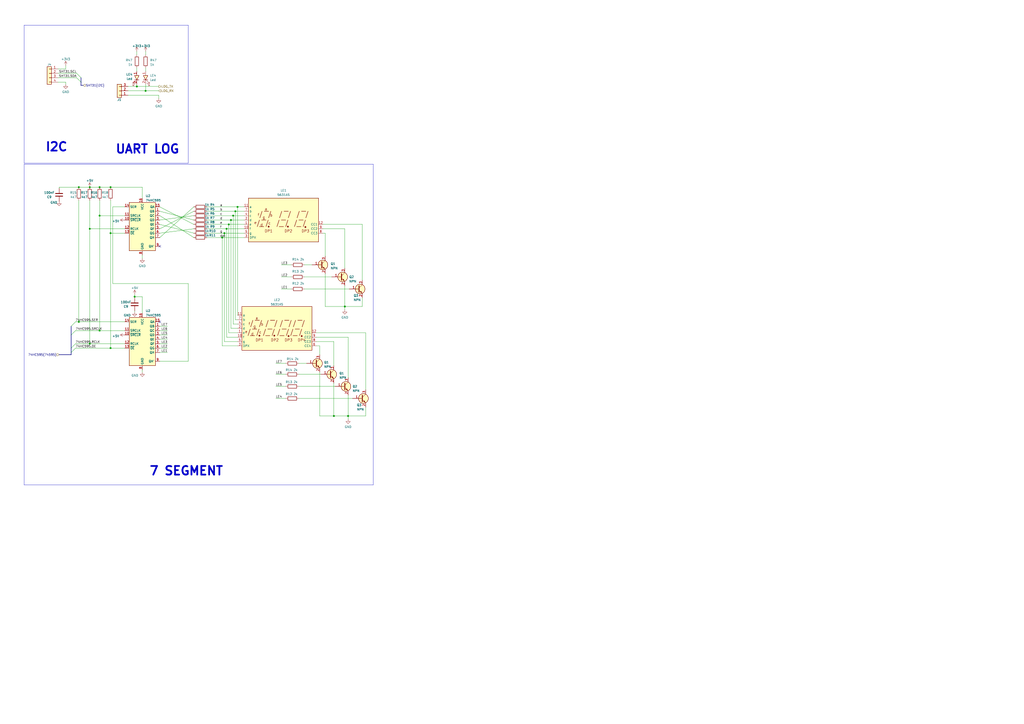
<source format=kicad_sch>
(kicad_sch (version 20230121) (generator eeschema)
  (paper "A2")
  (title_block (title "Peripheral") (date "2023-04-11") (company "NGUYỄN TRUNG THẢO"))
  (lib_symbols
    (symbol "+5V_1" (power) (pin_names (offset 0))
      (property "Value" "+5V_1" (at 0 3.556 0))
      (symbol "+5V_1_0_1"
        (polyline (pts (xy -0.762 1.27) (xy 0 2.54)))
        (polyline (pts (xy 0 0) (xy 0 2.54)))
        (polyline (pts (xy 0 2.54) (xy 0.762 1.27)))
      )
      (symbol "+5V_1_1_1"
        (pin power_in line (at 0 0 90) (length 0) hide (name "+5V") (number "1"))
      )
    )
    (symbol "74xx:74HC595"
      (property "Reference" "U" (at -7.62 13.97 0))
      (property "Value" "74HC595" (at -7.62 -16.51 0))
      (symbol "74HC595_1_0"
        (pin tri_state line (at 10.16 7.62 180) (length 2.54) (name "QB") (number "1"))
        (pin input line (at -10.16 2.54 0) (length 2.54) (name "~{SRCLR}") (number "10"))
        (pin input line (at -10.16 5.08 0) (length 2.54) (name "SRCLK") (number "11"))
        (pin input line (at -10.16 -2.54 0) (length 2.54) (name "RCLK") (number "12"))
        (pin input line (at -10.16 -5.08 0) (length 2.54) (name "~{OE}") (number "13"))
        (pin input line (at -10.16 10.16 0) (length 2.54) (name "SER") (number "14"))
        (pin tri_state line (at 10.16 10.16 180) (length 2.54) (name "QA") (number "15"))
        (pin power_in line (at 0 15.24 270) (length 2.54) (name "VCC") (number "16"))
        (pin tri_state line (at 10.16 5.08 180) (length 2.54) (name "QC") (number "2"))
        (pin tri_state line (at 10.16 2.54 180) (length 2.54) (name "QD") (number "3"))
        (pin tri_state line (at 10.16 0 180) (length 2.54) (name "QE") (number "4"))
        (pin tri_state line (at 10.16 -2.54 180) (length 2.54) (name "QF") (number "5"))
        (pin tri_state line (at 10.16 -5.08 180) (length 2.54) (name "QG") (number "6"))
        (pin tri_state line (at 10.16 -7.62 180) (length 2.54) (name "QH") (number "7"))
        (pin power_in line (at 0 -17.78 90) (length 2.54) (name "GND") (number "8"))
        (pin output line (at 10.16 -12.7 180) (length 2.54) (name "QH'") (number "9"))
      )
      (symbol "74HC595_1_1"
        (rectangle (start -7.62 12.7) (end 7.62 -15.24) (stroke (width 0.254)) (fill (type background)))
      )
    )
    (symbol "Connector_Generic:Conn_01x03" (pin_names (offset 1.016) hide)
      (property "Reference" "J" (at 0 5.08 0))
      (property "Value" "Conn_01x03" (at 0 -5.08 0))
      (symbol "Conn_01x03_1_1"
        (rectangle (start -1.27 -2.413) (end 0 -2.667) (stroke (width 0.1524)))
        (rectangle (start -1.27 0.127) (end 0 -0.127) (stroke (width 0.1524)))
        (rectangle (start -1.27 2.667) (end 0 2.413) (stroke (width 0.1524)))
        (rectangle (start -1.27 3.81) (end 1.27 -3.81) (stroke (width 0.254)) (fill (type background)))
        (pin passive line (at -5.08 2.54 0) (length 3.81) (name "Pin_1") (number "1"))
        (pin passive line (at -5.08 0 0) (length 3.81) (name "Pin_2") (number "2"))
        (pin passive line (at -5.08 -2.54 0) (length 3.81) (name "Pin_3") (number "3"))
      )
    )
    (symbol "Connector_Generic:Conn_01x04" (pin_names (offset 1.016) hide)
      (property "Reference" "J" (at 0 5.08 0))
      (property "Value" "Conn_01x04" (at 0 -7.62 0))
      (symbol "Conn_01x04_1_1"
        (rectangle (start -1.27 -4.953) (end 0 -5.207) (stroke (width 0.1524)))
        (rectangle (start -1.27 -2.413) (end 0 -2.667) (stroke (width 0.1524)))
        (rectangle (start -1.27 0.127) (end 0 -0.127) (stroke (width 0.1524)))
        (rectangle (start -1.27 2.667) (end 0 2.413) (stroke (width 0.1524)))
        (rectangle (start -1.27 3.81) (end 1.27 -6.35) (stroke (width 0.254)) (fill (type background)))
        (pin passive line (at -5.08 2.54 0) (length 3.81) (name "Pin_1") (number "1"))
        (pin passive line (at -5.08 0 0) (length 3.81) (name "Pin_2") (number "2"))
        (pin passive line (at -5.08 -2.54 0) (length 3.81) (name "Pin_3") (number "3"))
        (pin passive line (at -5.08 -5.08 0) (length 3.81) (name "Pin_4") (number "4"))
      )
    )
    (symbol "Device:C" (pin_numbers hide) (pin_names (offset 0.254))
      (property "Reference" "C" (at 0.635 2.54 0))
      (property "Value" "C" (at 0.635 -2.54 0))
      (symbol "C_0_1"
        (polyline (pts (xy -2.032 -0.762) (xy 2.032 -0.762)) (stroke (width 0.508)))
        (polyline (pts (xy -2.032 0.762) (xy 2.032 0.762)) (stroke (width 0.508)))
      )
      (symbol "C_1_1"
        (pin passive line (at 0 3.81 270) (length 2.794) (name "~") (number "1"))
        (pin passive line (at 0 -3.81 90) (length 2.794) (name "~") (number "2"))
      )
    )
    (symbol "Device:R" (pin_numbers hide) (pin_names (offset 0))
      (property "Reference" "R" (at 2.032 0 90))
      (property "Value" "R" (at 0 0 90))
      (symbol "R_0_1"
        (rectangle (start -1.016 -2.54) (end 1.016 2.54) (stroke (width 0.254)))
      )
      (symbol "R_1_1"
        (pin passive line (at 0 3.81 270) (length 1.27) (name "~") (number "1"))
        (pin passive line (at 0 -3.81 90) (length 1.27) (name "~") (number "2"))
      )
    )
    (symbol "GND_1" (power) (pin_names (offset 0))
      (property "Value" "GND_1" (at 0 -3.81 0))
      (symbol "GND_1_0_1"
        (polyline (pts (xy 0 0) (xy 0 -1.27) (xy 1.27 -1.27) (xy 0 -2.54) (xy -1.27 -1.27) (xy 0 -1.27)))
      )
      (symbol "GND_1_1_1"
        (pin power_in line (at 0 0 270) (length 0) hide (name "GND") (number "1"))
      )
    )
    (symbol "GND_13" (power) (pin_names (offset 0))
      (property "Value" "GND_13" (at 0 -3.81 0))
      (symbol "GND_13_0_1"
        (polyline (pts (xy 0 0) (xy 0 -1.27) (xy 1.27 -1.27) (xy 0 -2.54) (xy -1.27 -1.27) (xy 0 -1.27)))
      )
      (symbol "GND_13_1_1"
        (pin power_in line (at 0 0 270) (length 0) hide (name "GND") (number "1"))
      )
    )
    (symbol "GND_17" (power) (pin_names (offset 0))
      (property "Value" "GND_17" (at 0 -3.81 0))
      (symbol "GND_17_0_1"
        (polyline (pts (xy 0 0) (xy 0 -1.27) (xy 1.27 -1.27) (xy 0 -2.54) (xy -1.27 -1.27) (xy 0 -1.27)))
      )
      (symbol "GND_17_1_1"
        (pin power_in line (at 0 0 270) (length 0) hide (name "GND") (number "1"))
      )
    )
    (symbol "GND_19" (power) (pin_names (offset 0))
      (property "Value" "GND_19" (at 0 -3.81 0))
      (symbol "GND_19_0_1"
        (polyline (pts (xy 0 0) (xy 0 -1.27) (xy 1.27 -1.27) (xy 0 -2.54) (xy -1.27 -1.27) (xy 0 -1.27)))
      )
      (symbol "GND_19_1_1"
        (pin power_in line (at 0 0 270) (length 0) hide (name "GND") (number "1"))
      )
    )
    (symbol "GND_2" (power) (pin_names (offset 0))
      (property "Value" "GND_2" (at 0 -3.81 0))
      (symbol "GND_2_0_1"
        (polyline (pts (xy 0 0) (xy 0 -1.27) (xy 1.27 -1.27) (xy 0 -2.54) (xy -1.27 -1.27) (xy 0 -1.27)))
      )
      (symbol "GND_2_1_1"
        (pin power_in line (at 0 0 270) (length 0) hide (name "GND") (number "1"))
      )
    )
    (symbol "GND_20" (power) (pin_names (offset 0))
      (property "Value" "GND_20" (at 0 -3.81 0))
      (symbol "GND_20_0_1"
        (polyline (pts (xy 0 0) (xy 0 -1.27) (xy 1.27 -1.27) (xy 0 -2.54) (xy -1.27 -1.27) (xy 0 -1.27)))
      )
      (symbol "GND_20_1_1"
        (pin power_in line (at 0 0 270) (length 0) hide (name "GND") (number "1"))
      )
    )
    (symbol "GND_21" (power) (pin_names (offset 0))
      (property "Value" "GND_21" (at 0 -3.81 0))
      (symbol "GND_21_0_1"
        (polyline (pts (xy 0 0) (xy 0 -1.27) (xy 1.27 -1.27) (xy 0 -2.54) (xy -1.27 -1.27) (xy 0 -1.27)))
      )
      (symbol "GND_21_1_1"
        (pin power_in line (at 0 0 270) (length 0) hide (name "GND") (number "1"))
      )
    )
    (symbol "GND_6" (power) (pin_names (offset 0))
      (property "Value" "GND_6" (at 0 -3.81 0))
      (symbol "GND_6_0_1"
        (polyline (pts (xy 0 0) (xy 0 -1.27) (xy 1.27 -1.27) (xy 0 -2.54) (xy -1.27 -1.27) (xy 0 -1.27)))
      )
      (symbol "GND_6_1_1"
        (pin power_in line (at 0 0 270) (length 0) hide (name "GND") (number "1"))
      )
    )
    (symbol "IVS_SYMBOLS:7seg_4led"
      (property "Reference" "LE" (at -19.05 13.97 0))
      (property "Value" "5631AS" (at 22.86 13.97 0))
      (symbol "7seg_4led_0_0"
        (rectangle (start -20.32 12.7) (end 20.32 -12.7) (stroke (width 0.254)) (fill (type background)))
        (polyline (pts (xy -16.764 -4.191) (xy -15.494 -0.381)) (stroke (width 0.254)))
        (polyline (pts (xy -15.494 -4.191) (xy -12.954 -4.191)) (stroke (width 0.254)))
        (polyline (pts (xy -15.24 0.889) (xy -13.97 4.699)) (stroke (width 0.254)))
        (polyline (pts (xy -14.224 -0.381) (xy -11.684 -0.381)) (stroke (width 0.254)))
        (polyline (pts (xy -12.7 4.699) (xy -10.16 4.699)) (stroke (width 0.254)))
        (polyline (pts (xy -11.684 -4.191) (xy -10.414 -0.381)) (stroke (width 0.254)))
        (polyline (pts (xy -10.16 0.889) (xy -8.89 4.699)) (stroke (width 0.254)))
        (polyline (pts (xy -7.874 -4.191) (xy -6.604 -0.381)) (stroke (width 0.254)))
        (polyline (pts (xy -6.604 -4.191) (xy -4.064 -4.191)) (stroke (width 0.254)))
        (polyline (pts (xy -6.35 0.889) (xy -5.08 4.699)) (stroke (width 0.254)))
        (polyline (pts (xy -5.334 -0.381) (xy -2.794 -0.381)) (stroke (width 0.254)))
        (polyline (pts (xy -3.81 4.699) (xy -1.27 4.699)) (stroke (width 0.254)))
        (polyline (pts (xy -2.794 -4.191) (xy -1.524 -0.381)) (stroke (width 0.254)))
        (polyline (pts (xy -1.27 0.889) (xy 0 4.699)) (stroke (width 0.254)))
        (polyline (pts (xy 0.381 -4.191) (xy 1.651 -0.381)) (stroke (width 0.254)))
        (polyline (pts (xy 1.651 -4.191) (xy 4.191 -4.191)) (stroke (width 0.254)))
        (polyline (pts (xy 1.905 0.889) (xy 3.175 4.699)) (stroke (width 0.254)))
        (polyline (pts (xy 2.921 -0.381) (xy 5.461 -0.381)) (stroke (width 0.254)))
        (polyline (pts (xy 4.445 4.699) (xy 6.985 4.699)) (stroke (width 0.254)))
        (polyline (pts (xy 5.461 -4.191) (xy 6.731 -0.381)) (stroke (width 0.254)))
        (polyline (pts (xy 6.985 0.889) (xy 8.255 4.699)) (stroke (width 0.254)))
        (polyline (pts (xy 8.001 -4.191) (xy 9.271 -0.381)) (stroke (width 0.254)))
        (polyline (pts (xy 9.271 -4.191) (xy 11.811 -4.191)) (stroke (width 0.254)))
        (polyline (pts (xy 9.525 0.889) (xy 10.795 4.699)) (stroke (width 0.254)))
        (polyline (pts (xy 10.541 -0.381) (xy 13.081 -0.381)) (stroke (width 0.254)))
        (polyline (pts (xy 12.065 4.699) (xy 14.605 4.699)) (stroke (width 0.254)))
        (polyline (pts (xy 13.081 -4.191) (xy 14.351 -0.381)) (stroke (width 0.254)))
        (polyline (pts (xy 14.605 0.889) (xy 15.875 4.699)) (stroke (width 0.254)))
        (text "a" (at -11.684 5.969 0) (effects (font (size 1.524 1.524))))
        (text "b" (at -8.636 2.413 0) (effects (font (size 1.524 1.524))))
        (text "c" (at -9.652 -2.159 0) (effects (font (size 1.524 1.524))))
        (text "d" (at -14.224 -3.175 0) (effects (font (size 1.524 1.524))))
        (text "DP1" (at -10.16 -6.731 0) (effects (font (size 1.524 1.524))))
        (text "DP2" (at -1.27 -6.731 0) (effects (font (size 1.524 1.524))))
        (text "DP3" (at 6.731 -6.731 0) (effects (font (size 1.524 1.524))))
        (text "e" (at -17.78 -1.905 0) (effects (font (size 1.524 1.524))))
        (text "f" (at -16.002 2.667 0) (effects (font (size 1.524 1.524))))
        (text "g" (at -12.954 1.143 0) (effects (font (size 1.524 1.524))))
      )
      (symbol "7seg_4led_0_1"
        (circle (center -10.16 -4.191) (radius 0.3556) (stroke (width 0.254)) (fill (type outline)))
        (circle (center -1.524 -4.191) (radius 0.3556) (stroke (width 0.254)) (fill (type outline)))
      )
      (symbol "7seg_4led_1_0"
        (circle (center 6.731 -4.445) (radius 0.3556) (stroke (width 0.254)) (fill (type outline)))
        (circle (center 14.351 -4.445) (radius 0.3556) (stroke (width 0.254)) (fill (type outline)))
        (text "DP4" (at 14.351 -6.731 0) (effects (font (size 1.524 1.524))))
      )
      (symbol "7seg_4led_1_1"
        (pin input line (at -22.86 -2.54 0) (length 2.54) (name "e") (number "1"))
        (pin input line (at -22.86 -5.08 0) (length 2.54) (name "f") (number "10"))
        (pin input line (at -22.86 7.62 0) (length 2.54) (name "a") (number "11"))
        (pin input line (at 22.86 -2.54 180) (length 2.54) (name "CC1") (number "12"))
        (pin input line (at -22.86 0 0) (length 2.54) (name "d") (number "2"))
        (pin input line (at -22.86 -10.16 0) (length 2.54) (name "DPX") (number "3"))
        (pin input line (at -22.86 2.54 0) (length 2.54) (name "c") (number "4"))
        (pin input line (at -22.86 -7.62 0) (length 2.54) (name "g") (number "5"))
        (pin input line (at 22.86 -10.16 180) (length 2.54) (name "CC4") (number "6"))
        (pin input line (at -22.86 5.08 0) (length 2.54) (name "b") (number "7"))
        (pin input line (at 22.86 -7.62 180) (length 2.54) (name "CC3") (number "8"))
        (pin input line (at 22.86 -5.08 180) (length 2.54) (name "CC2") (number "9"))
      )
    )
    (symbol "IVS_SYMBOLS:7seg_5631AS"
      (property "Reference" "LE" (at -19.05 13.97 0))
      (property "Value" "5631AS" (at 22.86 13.97 0))
      (symbol "7seg_5631AS_0_0"
        (rectangle (start -20.32 12.7) (end 20.32 -12.7) (stroke (width 0.254)) (fill (type background)))
        (polyline (pts (xy -15.24 -3.81) (xy -13.97 0)) (stroke (width 0.254)))
        (polyline (pts (xy -13.97 -3.81) (xy -11.43 -3.81)) (stroke (width 0.254)))
        (polyline (pts (xy -13.716 1.27) (xy -12.446 5.08)) (stroke (width 0.254)))
        (polyline (pts (xy -12.7 0) (xy -10.16 0)) (stroke (width 0.254)))
        (polyline (pts (xy -11.176 5.08) (xy -8.636 5.08)) (stroke (width 0.254)))
        (polyline (pts (xy -10.16 -3.81) (xy -8.89 0)) (stroke (width 0.254)))
        (polyline (pts (xy -8.636 1.27) (xy -7.366 5.08)) (stroke (width 0.254)))
        (polyline (pts (xy -3.81 -3.81) (xy -2.54 0)) (stroke (width 0.254)))
        (polyline (pts (xy -2.54 -3.81) (xy 0 -3.81)) (stroke (width 0.254)))
        (polyline (pts (xy -2.286 1.27) (xy -1.016 5.08)) (stroke (width 0.254)))
        (polyline (pts (xy -1.27 0) (xy 1.27 0)) (stroke (width 0.254)))
        (polyline (pts (xy 0.254 5.08) (xy 2.794 5.08)) (stroke (width 0.254)))
        (polyline (pts (xy 1.27 -3.81) (xy 2.54 0)) (stroke (width 0.254)))
        (polyline (pts (xy 2.794 1.27) (xy 4.064 5.08)) (stroke (width 0.254)))
        (polyline (pts (xy 6.35 -3.81) (xy 7.62 0)) (stroke (width 0.254)))
        (polyline (pts (xy 7.62 -3.81) (xy 10.16 -3.81)) (stroke (width 0.254)))
        (polyline (pts (xy 7.874 1.27) (xy 9.144 5.08)) (stroke (width 0.254)))
        (polyline (pts (xy 8.89 0) (xy 11.43 0)) (stroke (width 0.254)))
        (polyline (pts (xy 10.414 5.08) (xy 12.954 5.08)) (stroke (width 0.254)))
        (polyline (pts (xy 11.43 -3.81) (xy 12.7 0)) (stroke (width 0.254)))
        (polyline (pts (xy 12.954 1.27) (xy 14.224 5.08)) (stroke (width 0.254)))
        (text "a" (at -10.16 6.35 0) (effects (font (size 1.524 1.524))))
        (text "b" (at -7.112 2.794 0) (effects (font (size 1.524 1.524))))
        (text "c" (at -8.128 -1.778 0) (effects (font (size 1.524 1.524))))
        (text "d" (at -12.7 -2.794 0) (effects (font (size 1.524 1.524))))
        (text "DP1" (at -8.636 -6.35 0) (effects (font (size 1.524 1.524))))
        (text "DP2" (at 2.794 -6.35 0) (effects (font (size 1.524 1.524))))
        (text "DP3" (at 12.7 -6.35 0) (effects (font (size 1.524 1.524))))
        (text "e" (at -16.256 -1.524 0) (effects (font (size 1.524 1.524))))
        (text "f" (at -14.478 3.048 0) (effects (font (size 1.524 1.524))))
        (text "g" (at -11.43 1.524 0) (effects (font (size 1.524 1.524))))
      )
      (symbol "7seg_5631AS_0_1"
        (circle (center -8.636 -3.81) (radius 0.3556) (stroke (width 0.254)) (fill (type outline)))
        (circle (center 2.54 -3.81) (radius 0.3556) (stroke (width 0.254)) (fill (type outline)))
      )
      (symbol "7seg_5631AS_1_0"
        (circle (center 12.7 -4.064) (radius 0.3556) (stroke (width 0.254)) (fill (type outline)))
      )
      (symbol "7seg_5631AS_1_1"
        (pin input line (at -22.86 -2.54 0) (length 2.54) (name "e") (number "1"))
        (pin input line (at -22.86 -5.08 0) (length 2.54) (name "f") (number "10"))
        (pin input line (at -22.86 7.62 0) (length 2.54) (name "a") (number "11"))
        (pin input line (at 22.86 -2.54 180) (length 2.54) (name "CC1") (number "12"))
        (pin input line (at -22.86 0 0) (length 2.54) (name "d") (number "2"))
        (pin input line (at -22.86 -10.16 0) (length 2.54) (name "DPX") (number "3"))
        (pin input line (at -22.86 2.54 0) (length 2.54) (name "c") (number "4"))
        (pin input line (at -22.86 -7.62 0) (length 2.54) (name "g") (number "5"))
        (pin input line (at -22.86 5.08 0) (length 2.54) (name "b") (number "7"))
        (pin input line (at 22.86 -7.62 180) (length 2.54) (name "CC3") (number "8"))
        (pin input line (at 22.86 -5.08 180) (length 2.54) (name "CC2") (number "9"))
      )
    )
    (symbol "IVS_SYMBOLS:NPN" (pin_names (offset 0) hide)
      (property "Reference" "Q" (at 5.08 1.905 0))
      (property "Value" "NPN" (at 5.08 0 0))
      (symbol "NPN_0_1"
        (polyline (pts (xy 0 0) (xy 0.635 0)))
        (polyline (pts (xy 0.635 0.635) (xy 2.54 2.54)))
        (polyline (pts (xy 0.635 -0.635) (xy 2.54 -2.54) (xy 2.54 -2.54)))
        (polyline (pts (xy 0.635 1.905) (xy 0.635 -1.905) (xy 0.635 -1.905)) (stroke (width 0.508)))
        (polyline (pts (xy 1.27 -1.778) (xy 1.778 -1.27) (xy 2.286 -2.286) (xy 1.27 -1.778) (xy 1.27 -1.778)) (fill (type outline)))
        (circle (center 1.27 0) (radius 2.8194) (stroke (width 0.254)) (fill (type background)))
      )
      (symbol "NPN_1_1"
        (pin input line (at -5.08 0 0) (length 5.08) (name "B") (number "1"))
        (pin passive line (at 2.54 -5.08 90) (length 2.54) (name "E") (number "2"))
        (pin passive line (at 2.54 5.08 270) (length 2.54) (name "C") (number "3"))
      )
    )
    (symbol "Led_1"
      (property "Reference" "LE" (at 0.508 -2.794 0))
      (property "Value" "Led" (at -0.254 2.794 0))
      (symbol "Led_1_0_1"
        (polyline (pts (xy 0 -1.27) (xy 0 1.27)) (stroke (width 0.254)))
        (polyline (pts (xy 2.54 -1.27) (xy 2.54 1.27) (xy 0 0) (xy 2.54 -1.27)) (stroke (width 0.254)) (fill (type background)))
        (polyline (pts (xy -1.778 -0.762) (xy -3.302 -2.286) (xy -2.54 -2.286) (xy -3.302 -2.286) (xy -3.302 -1.524)))
        (polyline (pts (xy -0.508 -0.762) (xy -2.032 -2.286) (xy -1.27 -2.286) (xy -2.032 -2.286) (xy -2.032 -1.524)))
      )
      (symbol "Led_1_1_1"
        (pin passive line (at 5.08 0 180) (length 2.54) (name "") (number "1"))
        (pin passive line (at -2.54 0 0) (length 2.54) (name "") (number "2"))
      )
    )
    (symbol "power:+3V3" (power) (pin_names (offset 0))
      (property "Value" "+3V3" (at 0 3.556 0))
      (symbol "+3V3_0_1"
        (polyline (pts (xy -0.762 1.27) (xy 0 2.54)))
        (polyline (pts (xy 0 0) (xy 0 2.54)))
        (polyline (pts (xy 0 2.54) (xy 0.762 1.27)))
      )
      (symbol "+3V3_1_1"
        (pin power_in line (at 0 0 90) (length 0) hide (name "+3V3") (number "1"))
      )
    )
  )
  (bus_alias "SPI" (members "SCK" "MOSI" "MISO"))
  (bus_alias "I2C" (members "SDA" "SCL"))
  (bus_alias "pLORA" (members "INT" "CS" "RST"))
  (junction (at 45.72 186.69))
  (junction (at 57.785 108.585))
  (junction (at 78.105 172.085))
  (junction (at 64.135 201.93))
  (junction (at 64.135 135.255))
  (junction (at 84.455 52.705))
  (junction (at 128.905 137.795))
  (junction (at 45.72 108.585))
  (junction (at 201.93 241.3))
  (junction (at 57.785 191.77))
  (junction (at 137.795 120.015))
  (junction (at 57.785 125.095))
  (junction (at 133.985 127.635))
  (junction (at 131.445 132.715))
  (junction (at 130.175 135.255))
  (junction (at 52.07 132.715))
  (junction (at 132.715 130.175))
  (junction (at 200.025 177.8))
  (junction (at 52.07 108.585))
  (junction (at 52.07 199.39))
  (junction (at 79.375 50.165))
  (junction (at 193.675 241.3))
  (junction (at 135.255 125.095))
  (junction (at 64.135 108.585))
  (junction (at 136.525 122.555))
  (no_connect (at 92.71 142.875))
  (no_connect (at 92.71 186.69))
  (bus_entry (at 44.45 45.085) (size 2.54 2.54))
  (bus_entry (at 43.815 186.69) (size -2.54 2.54))
  (bus_entry (at 43.815 199.39) (size -2.54 2.54))
  (bus_entry (at 43.815 201.93) (size -2.54 2.54))
  (bus_entry (at 44.45 42.545) (size 2.54 2.54))
  (bus_entry (at 43.815 191.77) (size -2.54 2.54))
  (wire (pts (xy 187.325 132.715) (xy 200.025 132.715)))
  (polyline (pts (xy 109.22 14.605) (xy 109.22 94.615)))
  (wire (pts (xy 112.395 130.175) (xy 92.71 120.015)))
  (wire (pts (xy 130.175 135.255) (xy 120.015 135.255)))
  (wire (pts (xy 212.09 241.3) (xy 201.93 241.3)))
  (wire (pts (xy 52.07 108.585) (xy 57.785 108.585)))
  (wire (pts (xy 133.985 127.635) (xy 133.985 190.5)))
  (wire (pts (xy 128.905 137.795) (xy 120.015 137.795)))
  (wire (pts (xy 135.255 125.095) (xy 135.255 187.96)))
  (wire (pts (xy 194.31 224.155) (xy 173.355 224.155)))
  (polyline (pts (xy 216.535 281.305) (xy 13.97 281.305)))
  (wire (pts (xy 200.025 165.735) (xy 200.025 177.8)))
  (wire (pts (xy 97.155 196.85) (xy 92.71 196.85)))
  (wire (pts (xy 52.07 132.715) (xy 52.07 199.39)))
  (wire (pts (xy 97.155 194.31) (xy 92.71 194.31)))
  (wire (pts (xy 43.815 191.77) (xy 57.785 191.77)))
  (bus (pts (xy 46.99 49.53) (xy 48.26 49.53)))
  (wire (pts (xy 34.29 109.22) (xy 34.29 108.585)))
  (wire (pts (xy 57.785 125.095) (xy 72.39 125.095)))
  (wire (pts (xy 57.785 125.095) (xy 57.785 191.77)))
  (bus (pts (xy 41.275 189.23) (xy 41.275 194.31)))
  (wire (pts (xy 131.445 132.715) (xy 120.015 132.715)))
  (wire (pts (xy 43.815 201.93) (xy 64.135 201.93)))
  (wire (pts (xy 72.39 120.015) (xy 65.405 120.015)))
  (wire (pts (xy 201.93 195.58) (xy 201.93 219.075)))
  (wire (pts (xy 92.71 137.795) (xy 112.395 120.015)))
  (wire (pts (xy 72.39 191.77) (xy 57.785 191.77)))
  (wire (pts (xy 45.72 108.585) (xy 52.07 108.585)))
  (wire (pts (xy 168.91 167.64) (xy 163.195 167.64)))
  (wire (pts (xy 177.8 210.82) (xy 173.355 210.82)))
  (wire (pts (xy 186.055 217.17) (xy 173.355 217.17)))
  (wire (pts (xy 141.605 132.715) (xy 131.445 132.715)))
  (wire (pts (xy 130.175 135.255) (xy 130.175 198.12)))
  (wire (pts (xy 33.655 45.085) (xy 44.45 45.085)))
  (wire (pts (xy 33.655 42.545) (xy 44.45 42.545)))
  (polyline (pts (xy 216.535 95.25) (xy 216.535 281.305)))
  (wire (pts (xy 72.39 201.93) (xy 64.135 201.93)))
  (wire (pts (xy 132.715 130.175) (xy 120.015 130.175)))
  (wire (pts (xy 64.135 135.255) (xy 64.135 201.93)))
  (wire (pts (xy 131.445 195.58) (xy 131.445 132.715)))
  (wire (pts (xy 204.47 231.14) (xy 173.355 231.14)))
  (wire (pts (xy 92.71 204.47) (xy 97.155 204.47)))
  (wire (pts (xy 200.025 177.8) (xy 200.025 179.705)))
  (wire (pts (xy 74.295 50.165) (xy 79.375 50.165)))
  (wire (pts (xy 78.105 170.815) (xy 78.105 172.085)))
  (wire (pts (xy 33.655 40.005) (xy 38.1 40.005)))
  (wire (pts (xy 79.375 50.165) (xy 92.075 50.165)))
  (wire (pts (xy 109.22 164.465) (xy 109.22 209.55)))
  (wire (pts (xy 82.55 147.955) (xy 82.55 149.86)))
  (wire (pts (xy 74.295 55.245) (xy 92.075 55.245)))
  (wire (pts (xy 92.71 209.55) (xy 109.22 209.55)))
  (wire (pts (xy 92.71 127.635) (xy 112.395 125.095)))
  (wire (pts (xy 165.735 217.17) (xy 160.02 217.17)))
  (wire (pts (xy 165.735 231.14) (xy 160.02 231.14)))
  (wire (pts (xy 212.09 241.3) (xy 212.09 236.22)))
  (wire (pts (xy 65.405 164.465) (xy 109.22 164.465)))
  (polyline (pts (xy 13.97 95.25) (xy 216.535 95.25)))
  (wire (pts (xy 137.795 193.04) (xy 132.715 193.04)))
  (wire (pts (xy 45.72 186.69) (xy 72.39 186.69)))
  (wire (pts (xy 84.455 48.895) (xy 84.455 52.705)))
  (wire (pts (xy 79.375 48.895) (xy 79.375 50.165)))
  (wire (pts (xy 137.795 120.015) (xy 120.015 120.015)))
  (wire (pts (xy 52.07 132.715) (xy 72.39 132.715)))
  (wire (pts (xy 79.375 29.845) (xy 79.375 31.75)))
  (wire (pts (xy 200.025 177.8) (xy 188.595 177.8)))
  (wire (pts (xy 183.515 198.12) (xy 193.675 198.12)))
  (wire (pts (xy 137.795 120.015) (xy 137.795 182.88)))
  (wire (pts (xy 78.105 180.34) (xy 78.105 180.975)))
  (wire (pts (xy 38.1 47.625) (xy 38.1 48.895)))
  (wire (pts (xy 141.605 120.015) (xy 137.795 120.015)))
  (wire (pts (xy 78.105 172.085) (xy 82.55 172.085)))
  (wire (pts (xy 52.07 116.205) (xy 52.07 132.715)))
  (wire (pts (xy 97.155 191.77) (xy 92.71 191.77)))
  (wire (pts (xy 97.155 199.39) (xy 92.71 199.39)))
  (wire (pts (xy 43.815 186.69) (xy 45.72 186.69)))
  (wire (pts (xy 84.455 29.845) (xy 84.455 31.75)))
  (wire (pts (xy 200.025 132.715) (xy 200.025 155.575)))
  (wire (pts (xy 180.975 153.67) (xy 176.53 153.67)))
  (wire (pts (xy 38.1 38.1) (xy 38.1 40.005)))
  (wire (pts (xy 183.515 195.58) (xy 201.93 195.58)))
  (wire (pts (xy 112.395 137.795) (xy 92.71 125.095)))
  (wire (pts (xy 112.395 132.715) (xy 92.71 135.255)))
  (wire (pts (xy 201.93 229.235) (xy 201.93 241.3)))
  (wire (pts (xy 64.135 108.585) (xy 82.55 108.585)))
  (wire (pts (xy 57.785 116.205) (xy 57.785 125.095)))
  (polyline (pts (xy 13.97 14.605) (xy 13.97 94.615)))
  (wire (pts (xy 78.105 172.72) (xy 78.105 172.085)))
  (wire (pts (xy 137.795 187.96) (xy 135.255 187.96)))
  (wire (pts (xy 137.795 198.12) (xy 130.175 198.12)))
  (wire (pts (xy 202.565 167.64) (xy 176.53 167.64)))
  (wire (pts (xy 137.795 200.66) (xy 128.905 200.66)))
  (wire (pts (xy 210.185 177.8) (xy 210.185 172.72)))
  (wire (pts (xy 141.605 125.095) (xy 135.255 125.095)))
  (wire (pts (xy 64.135 116.205) (xy 64.135 135.255)))
  (wire (pts (xy 185.42 200.66) (xy 185.42 205.74)))
  (wire (pts (xy 112.395 127.635) (xy 92.71 122.555)))
  (wire (pts (xy 210.185 177.8) (xy 200.025 177.8)))
  (wire (pts (xy 33.655 47.625) (xy 38.1 47.625)))
  (wire (pts (xy 168.91 160.655) (xy 163.195 160.655)))
  (wire (pts (xy 141.605 135.255) (xy 130.175 135.255)))
  (wire (pts (xy 165.735 224.155) (xy 160.02 224.155)))
  (wire (pts (xy 193.675 222.25) (xy 193.675 241.3)))
  (bus (pts (xy 46.99 45.085) (xy 46.99 47.625)))
  (polyline (pts (xy 13.97 94.615) (xy 109.22 94.615)))
  (bus (pts (xy 41.275 194.31) (xy 41.275 201.93)))
  (wire (pts (xy 82.55 172.085) (xy 82.55 181.61)))
  (wire (pts (xy 212.09 193.04) (xy 212.09 226.06)))
  (wire (pts (xy 141.605 122.555) (xy 136.525 122.555)))
  (wire (pts (xy 201.93 241.3) (xy 193.675 241.3)))
  (wire (pts (xy 136.525 122.555) (xy 120.015 122.555)))
  (wire (pts (xy 92.075 55.245) (xy 92.075 57.15)))
  (wire (pts (xy 136.525 122.555) (xy 136.525 185.42)))
  (wire (pts (xy 192.405 160.655) (xy 176.53 160.655)))
  (wire (pts (xy 187.325 135.255) (xy 188.595 135.255)))
  (wire (pts (xy 45.72 116.205) (xy 45.72 186.69)))
  (wire (pts (xy 141.605 130.175) (xy 132.715 130.175)))
  (wire (pts (xy 84.455 39.37) (xy 84.455 41.275)))
  (wire (pts (xy 137.795 190.5) (xy 133.985 190.5)))
  (wire (pts (xy 57.785 108.585) (xy 64.135 108.585)))
  (polyline (pts (xy 13.97 95.25) (xy 13.97 281.305)))
  (bus (pts (xy 34.29 205.74) (xy 41.275 205.74)))
  (wire (pts (xy 183.515 193.04) (xy 212.09 193.04)))
  (wire (pts (xy 52.07 199.39) (xy 72.39 199.39)))
  (wire (pts (xy 74.295 52.705) (xy 84.455 52.705)))
  (wire (pts (xy 128.905 137.795) (xy 128.905 200.66)))
  (wire (pts (xy 188.595 135.255) (xy 188.595 148.59)))
  (wire (pts (xy 79.375 39.37) (xy 79.375 41.275)))
  (wire (pts (xy 112.395 122.555) (xy 92.71 132.715)))
  (wire (pts (xy 132.715 130.175) (xy 132.715 193.04)))
  (wire (pts (xy 193.675 198.12) (xy 193.675 212.09)))
  (wire (pts (xy 141.605 137.795) (xy 128.905 137.795)))
  (wire (pts (xy 137.795 195.58) (xy 131.445 195.58)))
  (wire (pts (xy 185.42 215.9) (xy 185.42 241.3)))
  (wire (pts (xy 137.795 185.42) (xy 136.525 185.42)))
  (wire (pts (xy 64.135 135.255) (xy 72.39 135.255)))
  (wire (pts (xy 201.93 241.3) (xy 201.93 243.205)))
  (wire (pts (xy 97.155 189.23) (xy 92.71 189.23)))
  (wire (pts (xy 92.71 201.93) (xy 97.155 201.93)))
  (wire (pts (xy 165.735 210.82) (xy 160.02 210.82)))
  (wire (pts (xy 43.815 199.39) (xy 52.07 199.39)))
  (bus (pts (xy 41.275 204.47) (xy 41.275 205.74)))
  (wire (pts (xy 183.515 200.66) (xy 185.42 200.66)))
  (bus (pts (xy 41.275 201.93) (xy 41.275 204.47)))
  (wire (pts (xy 188.595 158.75) (xy 188.595 177.8)))
  (wire (pts (xy 82.55 108.585) (xy 82.55 114.935)))
  (wire (pts (xy 185.42 241.3) (xy 193.675 241.3)))
  (wire (pts (xy 84.455 52.705) (xy 92.075 52.705)))
  (wire (pts (xy 168.91 153.67) (xy 163.195 153.67)))
  (wire (pts (xy 65.405 120.015) (xy 65.405 164.465)))
  (wire (pts (xy 92.71 130.175) (xy 112.395 135.255)))
  (wire (pts (xy 133.985 127.635) (xy 120.015 127.635)))
  (wire (pts (xy 135.255 125.095) (xy 120.015 125.095)))
  (wire (pts (xy 210.185 130.175) (xy 210.185 162.56)))
  (polyline (pts (xy 13.97 14.605) (xy 109.22 14.605)))
  (wire (pts (xy 82.55 214.63) (xy 82.55 215.9)))
  (wire (pts (xy 141.605 127.635) (xy 133.985 127.635)))
  (wire (pts (xy 34.29 108.585) (xy 45.72 108.585)))
  (bus (pts (xy 46.99 47.625) (xy 46.99 49.53)))
  (wire (pts (xy 187.325 130.175) (xy 210.185 130.175)))
  (text "UART LOG\n" (at 66.675 89.535 0) (effects (font (size 5 5) bold) (justify left bottom)))
  (text "I2C" (at 26.035 88.265 0) (effects (font (size 5 5) bold) (justify left bottom)))
  (text "7 SEGMENT" (at 86.36 276.225 0) (effects (font (size 5 5) bold) (justify left bottom)))
  (label "LE5" (at 160.02 224.155 0))
  (label "74HC595.SER" (at 43.815 186.69 0))
  (label "SHT31.SCL" (at 44.45 42.545 180))
  (label "LE6" (at 160.02 217.17 0))
  (label "f" (at 127.635 132.715 0))
  (label "LE7" (at 97.155 189.23 180))
  (label "74HC595.RCLK" (at 43.815 199.39 0))
  (label "LE3" (at 163.195 153.67 0))
  (label "LE1" (at 97.155 204.47 180))
  (label "74HC595.OE" (at 43.815 201.93 0))
  (label "LE2" (at 163.195 160.655 0))
  (label "d" (at 127.635 127.635 0))
  (label "LE4" (at 160.02 231.14 0))
  (label "74HC595.SRCLK" (at 43.815 191.77 0))
  (label "dot" (at 127.635 137.795 0))
  (label "e" (at 127.635 130.175 0))
  (label "c" (at 127.635 125.095 0))
  (label "g" (at 127.635 135.255 0))
  (label "LE1" (at 163.195 167.64 0))
  (label "LE5" (at 97.155 194.31 180))
  (label "LE4" (at 97.155 196.85 180))
  (label "SHT31.SDA" (at 44.45 45.085 180))
  (label "LE2" (at 97.155 201.93 180))
  (label "LE7" (at 160.02 210.82 0))
  (label "LE6" (at 97.155 191.77 180))
  (label "a" (at 127.635 120.015 0))
  (label "LE3" (at 97.155 199.39 180))
  (label "b" (at 127.635 122.555 0))
  (hierarchical_label "LOG_TX" (shape output) (at 92.075 50.165 0))
  (hierarchical_label "74HC595{74595}" (shape input) (at 34.29 205.74 180))
  (hierarchical_label "LOG_RX" (shape input) (at 92.075 52.705 0))
  (hierarchical_label "SHT31{I2C}" (shape input) (at 48.26 49.53 0))
  (symbol (lib_name "GND_21") (lib_id "power:GND") (at 34.29 116.84 0) (mirror y) (unit 1)
    (property "Reference" "#PWR015" (effects hide))
    (property "Value" "GND" (at 29.21 117.475 0) (effects (justify right)))
    (instances (project "DO_AN_DKTD" (path "" (reference "#PWR015") (unit 1)) (path "" (reference "#PWR011") (unit 1))))
  )
  (symbol (lib_name "GND_20") (lib_id "power:GND") (at 200.025 179.705 0) (unit 1)
    (property "Reference" "#PWR011" (effects hide))
    (property "Value" "GND" (at 200.025 184.15 0))
    (instances (project "DO_AN_DKTD" (path "" (reference "#PWR011") (unit 1)) (path "" (reference "#PWR016") (unit 1))))
  )
  (symbol (lib_id "IVS_SYMBOLS:NPN") (at 191.135 217.17 0) (unit 1)
    (property "Reference" "Q1" (at 196.85 216.535 0) (effects (justify left)))
    (property "Value" "NPN" (at 196.85 219.075 0) (effects (justify left)))
    (property "Footprint" "IVS_FOOTPRINTS:SOT23-3" (effects hide))
    (property "Datasheet" "https://www.onsemi.com/pdf/datasheet/mmbt3904lt1-d.pdf" (effects hide))
    (instances (project "DO_AN_DKTD" (path "" (reference "Q1") (unit 1)) (path "" (reference "Q5") (unit 1))))
  )
  (symbol (lib_id "Device:R") (at 45.72 112.395 0) (mirror y) (unit 1)
    (property "Reference" "R15" (at 44.45 111.76 0) (effects (justify left)))
    (property "Value" "4k7" (at 44.45 114.3 0) (effects (justify left)))
    (property "Footprint" "IVS_FOOTPRINTS:R_0603" (effects hide))
    (instances (project "DO_AN_DKTD" (path "" (reference "R15") (unit 1)) (path "" (reference "R8") (unit 1))))
  )
  (symbol (lib_name "GND_19") (lib_id "power:GND") (at 78.105 180.975 0) (mirror y) (unit 1)
    (property "Reference" "#PWR015" (effects hide))
    (property "Value" "GND" (at 71.755 182.88 0) (effects (justify right)))
    (instances (project "DO_AN_DKTD" (path "" (reference "#PWR015") (unit 1)) (path "" (reference "#PWR024") (unit 1))))
  )
  (symbol (lib_name "+5V_1") (lib_id "power:+5V") (at 72.39 127.635 90) (unit 1)
    (property "Reference" "#PWR016" (effects hide))
    (property "Value" "+5V" (at 69.215 128.27 90) (effects (justify left)))
    (instances (project "DO_AN_DKTD" (path "" (reference "#PWR016") (unit 1)) (path "" (reference "#PWR01") (unit 1))))
  )
  (symbol (lib_id "power:+3V3") (at 38.1 38.1 0) (unit 1)
    (property "Reference" "#PWR01" (effects hide))
    (property "Value" "+3V3" (at 38.1 34.29 0))
    (instances (project "DO_AN_DKTD" (path "" (reference "#PWR01") (unit 1)) (path "" (reference "#PWR03") (unit 1)) (path "" (reference "#PWR03") (unit 1))))
  )
  (symbol (lib_id "IVS_SYMBOLS:NPN") (at 209.55 231.14 0) (unit 1)
    (property "Reference" "Q3" (at 207.01 234.95 0) (effects (justify left)))
    (property "Value" "NPN" (at 207.01 237.49 0) (effects (justify left)))
    (property "Footprint" "IVS_FOOTPRINTS:SOT23-3" (effects hide))
    (property "Datasheet" "https://www.onsemi.com/pdf/datasheet/mmbt3904lt1-d.pdf" (effects hide))
    (instances (project "DO_AN_DKTD" (path "" (reference "Q3") (unit 1)) (path "" (reference "Q7") (unit 1))))
  )
  (symbol (lib_id "Device:R") (at 57.785 112.395 0) (mirror y) (unit 1)
    (property "Reference" "R16" (at 56.515 111.76 0) (effects (justify left)))
    (property "Value" "4k7" (at 56.515 114.3 0) (effects (justify left)))
    (property "Footprint" "IVS_FOOTPRINTS:R_0603" (effects hide))
    (instances (project "DO_AN_DKTD" (path "" (reference "R16") (unit 1)) (path "" (reference "R5") (unit 1))))
  )
  (symbol (lib_name "+5V_1") (lib_id "power:+5V") (at 52.07 108.585 0) (unit 1)
    (property "Reference" "#PWR016" (effects hide))
    (property "Value" "+5V" (at 52.07 104.775 0))
    (instances (project "DO_AN_DKTD" (path "" (reference "#PWR016") (unit 1)) (path "" (reference "#PWR09") (unit 1))))
  )
  (symbol (lib_id "IVS_SYMBOLS:NPN") (at 186.055 153.67 0) (unit 1)
    (property "Reference" "Q1" (at 191.77 153.035 0) (effects (justify left)))
    (property "Value" "NPN" (at 191.77 155.575 0) (effects (justify left)))
    (property "Footprint" "IVS_FOOTPRINTS:SOT23-3" (effects hide))
    (property "Datasheet" "https://www.onsemi.com/pdf/datasheet/mmbt3904lt1-d.pdf" (effects hide))
    (instances (project "DO_AN_DKTD" (path "" (reference "Q1") (unit 1)) (path "" (reference "Q3") (unit 1))))
  )
  (symbol (lib_id "Device:R") (at 52.07 112.395 0) (mirror y) (unit 1)
    (property "Reference" "R17" (at 50.8 111.76 0) (effects (justify left)))
    (property "Value" "4k7" (at 50.8 114.3 0) (effects (justify left)))
    (property "Footprint" "IVS_FOOTPRINTS:R_0603" (effects hide))
    (instances (project "DO_AN_DKTD" (path "" (reference "R17") (unit 1)) (path "" (reference "R4") (unit 1))))
  )
  (symbol (lib_id "IVS_SYMBOLS:7seg_4led") (at 160.655 190.5 0) (unit 1)
    (property "Reference" "LE2" (at 160.655 173.99 0))
    (property "Value" "5631AS" (at 160.655 176.53 0))
    (property "Footprint" "IVS_FOOTPRINTS:7Segment_4led_Cathode_30x14mm" (effects hide))
    (property "Datasheet" "http://www.xlitx.com/datasheet/5631AS.pdf" (effects hide))
  )
  (symbol (lib_id "Device:R") (at 172.72 160.655 90) (mirror x) (unit 1)
    (property "Reference" "R13" (at 173.355 157.48 90) (effects (justify left)))
    (property "Value" "2k" (at 176.53 157.48 90) (effects (justify left)))
    (property "Footprint" "IVS_FOOTPRINTS:R_0603" (effects hide))
    (instances (project "DO_AN_DKTD" (path "" (reference "R13") (unit 1)) (path "" (reference "R28") (unit 1))))
  )
  (symbol (lib_name "Led_1") (lib_id "IVS_SYMBOLS:Led") (at 79.375 46.355 270) (mirror x) (unit 1)
    (property "Reference" "LE4" (at 76.835 43.18 90) (effects (justify right)))
    (property "Value" "Led" (at 76.835 45.72 90) (effects (justify right)))
    (property "Footprint" "IVS_FOOTPRINTS:LED_0603" (effects hide))
    (instances (project "DO_AN_DKTD" (path "" (reference "LE4") (unit 1)) (path "" (reference "LE9") (unit 1))))
  )
  (symbol (lib_id "Device:R") (at 116.205 122.555 90) (mirror x) (unit 1)
    (property "Reference" "R5" (at 123.19 121.285 90))
    (property "Value" "1k" (at 120.015 121.285 90))
    (property "Footprint" "IVS_FOOTPRINTS:R_0603" (effects hide))
    (instances (project "DO_AN_DKTD" (path "" (reference "R5") (unit 1)) (path "" (reference "R11") (unit 1))))
  )
  (symbol (lib_id "IVS_SYMBOLS:NPN") (at 197.485 160.655 0) (unit 1)
    (property "Reference" "Q2" (at 202.565 160.655 0) (effects (justify left)))
    (property "Value" "NPN" (at 202.565 163.195 0) (effects (justify left)))
    (property "Footprint" "IVS_FOOTPRINTS:SOT23-3" (effects hide))
    (property "Datasheet" "https://www.onsemi.com/pdf/datasheet/mmbt3904lt1-d.pdf" (effects hide))
  )
  (symbol (lib_id "IVS_SYMBOLS:NPN") (at 207.645 167.64 0) (unit 1)
    (property "Reference" "Q3" (at 205.105 171.45 0) (effects (justify left)))
    (property "Value" "NPN" (at 205.105 173.99 0) (effects (justify left)))
    (property "Footprint" "IVS_FOOTPRINTS:SOT23-3" (effects hide))
    (property "Datasheet" "https://www.onsemi.com/pdf/datasheet/mmbt3904lt1-d.pdf" (effects hide))
    (instances (project "DO_AN_DKTD" (path "" (reference "Q3") (unit 1)) (path "" (reference "Q1") (unit 1))))
  )
  (symbol (lib_id "Device:R") (at 169.545 210.82 90) (mirror x) (unit 1)
    (property "Reference" "R14" (at 170.18 208.28 90) (effects (justify left)))
    (property "Value" "2k" (at 173.355 208.28 90) (effects (justify left)))
    (property "Footprint" "IVS_FOOTPRINTS:R_0603" (effects hide))
    (instances (project "DO_AN_DKTD" (path "" (reference "R14") (unit 1)) (path "" (reference "R39") (unit 1))))
  )
  (symbol (lib_id "Connector_Generic:Conn_01x04") (at 28.575 42.545 0) (mirror y) (unit 1)
    (property "Reference" "J4" (at 28.575 37.465 0))
    (property "Value" "Conn_01x04" (effects hide))
    (property "Footprint" "IVS_FOOTPRINTS:Conn_XH-P2.54mm-4P" (effects hide))
    (instances (project "DO_AN_DKTD" (path "" (reference "J4") (unit 1)) (path "" (reference "J3") (unit 1)) (path "" (reference "J3") (unit 1))))
  )
  (symbol (lib_id "Device:R") (at 169.545 231.14 90) (mirror x) (unit 1)
    (property "Reference" "R12" (at 169.545 228.6 90) (effects (justify left)))
    (property "Value" "2k" (at 172.72 228.6 90) (effects (justify left)))
    (property "Footprint" "IVS_FOOTPRINTS:R_0603" (effects hide))
    (instances (project "DO_AN_DKTD" (path "" (reference "R12") (unit 1)) (path "" (reference "R38") (unit 1))))
  )
  (symbol (lib_id "Device:R") (at 84.455 35.56 0) (unit 1)
    (property "Reference" "R47" (at 86.995 34.925 0) (effects (justify left)))
    (property "Value" "1k" (at 86.995 37.465 0) (effects (justify left)))
    (property "Footprint" "IVS_FOOTPRINTS:R_0603" (effects hide))
    (instances (project "DO_AN_DKTD" (path "" (reference "R47") (unit 1)) (path "" (reference "R30") (unit 1))))
  )
  (symbol (lib_id "IVS_SYMBOLS:NPN") (at 182.88 210.82 0) (unit 1)
    (property "Reference" "Q1" (at 187.96 210.185 0) (effects (justify left)))
    (property "Value" "NPN" (at 187.96 212.725 0) (effects (justify left)))
    (property "Footprint" "IVS_FOOTPRINTS:SOT23-3" (effects hide))
    (property "Datasheet" "https://www.onsemi.com/pdf/datasheet/mmbt3904lt1-d.pdf" (effects hide))
    (instances (project "DO_AN_DKTD" (path "" (reference "Q1") (unit 1)) (path "" (reference "Q8") (unit 1))))
  )
  (symbol (lib_name "GND_13") (lib_id "power:GND") (at 38.1 48.895 0) (unit 1)
    (property "Reference" "#PWR02" (effects hide))
    (property "Value" "GND" (at 38.1 53.34 0))
    (instances (project "DO_AN_DKTD" (path "" (reference "#PWR02") (unit 1)) (path "" (reference "#PWR010") (unit 1)) (path "" (reference "#PWR010") (unit 1))))
  )
  (symbol (lib_id "Device:R") (at 79.375 35.56 0) (mirror y) (unit 1)
    (property "Reference" "R47" (at 76.835 34.925 0) (effects (justify left)))
    (property "Value" "1k" (at 76.835 37.465 0) (effects (justify left)))
    (property "Footprint" "IVS_FOOTPRINTS:R_0603" (effects hide))
    (instances (project "DO_AN_DKTD" (path "" (reference "R47") (unit 1)) (path "" (reference "R31") (unit 1))))
  )
  (symbol (lib_id "Device:R") (at 172.72 153.67 90) (mirror x) (unit 1)
    (property "Reference" "R14" (at 173.355 150.495 90) (effects (justify left)))
    (property "Value" "2k" (at 176.53 150.495 90) (effects (justify left)))
    (property "Footprint" "IVS_FOOTPRINTS:R_0603" (effects hide))
    (instances (project "DO_AN_DKTD" (path "" (reference "R14") (unit 1)) (path "" (reference "R18") (unit 1))))
  )
  (symbol (lib_id "power:+3V3") (at 79.375 29.845 0) (mirror y) (unit 1)
    (property "Reference" "#PWR050" (effects hide))
    (property "Value" "+3V3" (at 79.375 26.67 0))
    (instances (project "DO_AN_DKTD" (path "" (reference "#PWR050") (unit 1)) (path "" (reference "#PWR022") (unit 1))))
  )
  (symbol (lib_name "GND_17") (lib_id "power:GND") (at 82.55 215.9 0) (mirror y) (unit 1)
    (property "Reference" "#PWR015" (effects hide))
    (property "Value" "GND" (at 76.2 217.805 0) (effects (justify right)))
    (instances (project "DO_AN_DKTD" (path "" (reference "#PWR015") (unit 1)) (path "" (reference "#PWR026") (unit 1))))
  )
  (symbol (lib_id "74xx:74HC595") (at 82.55 196.85 0) (unit 1)
    (property "Reference" "U2" (at 84.5059 180.34 0) (effects (justify left)))
    (property "Value" "74HC595" (at 84.5059 182.88 0) (effects (justify left)))
    (property "Footprint" "IVS_FOOTPRINTS:SOIC-16W_3.92x10.2mm" (effects hide))
    (property "Datasheet" "http://www.ti.com/lit/ds/symlink/sn74hc595.pdf" (effects hide))
    (instances (project "DO_AN_DKTD" (path "" (reference "U2") (unit 1)) (path "" (reference "U6") (unit 1))))
  )
  (symbol (lib_id "Device:R") (at 116.205 125.095 90) (mirror x) (unit 1)
    (property "Reference" "R6" (at 123.19 123.825 90))
    (property "Value" "1k" (at 120.015 123.825 90))
    (property "Footprint" "IVS_FOOTPRINTS:R_0603" (effects hide))
    (instances (project "DO_AN_DKTD" (path "" (reference "R6") (unit 1)) (path "" (reference "R12") (unit 1))))
  )
  (symbol (lib_name "+5V_1") (lib_id "power:+5V") (at 72.39 194.31 90) (unit 1)
    (property "Reference" "#PWR016" (effects hide))
    (property "Value" "+5V" (at 69.215 194.945 90) (effects (justify left)))
    (instances (project "DO_AN_DKTD" (path "" (reference "#PWR016") (unit 1)) (path "" (reference "#PWR025") (unit 1))))
  )
  (symbol (lib_name "GND_2") (lib_id "power:GND") (at 201.93 243.205 0) (unit 1)
    (property "Reference" "#PWR011" (effects hide))
    (property "Value" "GND" (at 201.93 247.65 0))
    (instances (project "DO_AN_DKTD" (path "" (reference "#PWR011") (unit 1)) (path "" (reference "#PWR021") (unit 1))))
  )
  (symbol (lib_name "GND_6") (lib_id "power:GND") (at 92.075 57.15 0) (unit 1)
    (property "Reference" "#PWR03" (effects hide))
    (property "Value" "GND" (at 92.075 61.595 0))
    (instances (project "DO_AN_DKTD" (path "" (reference "#PWR03") (unit 1)) (path "" (reference "#PWR017") (unit 1)) (path "" (reference "#PWR017") (unit 1))))
  )
  (symbol (lib_id "IVS_SYMBOLS:NPN") (at 199.39 224.155 0) (unit 1)
    (property "Reference" "Q2" (at 204.47 224.155 0) (effects (justify left)))
    (property "Value" "NPN" (at 204.47 226.695 0) (effects (justify left)))
    (property "Footprint" "IVS_FOOTPRINTS:SOT23-3" (effects hide))
    (property "Datasheet" "https://www.onsemi.com/pdf/datasheet/mmbt3904lt1-d.pdf" (effects hide))
    (instances (project "DO_AN_DKTD" (path "" (reference "Q2") (unit 1)) (path "" (reference "Q6") (unit 1))))
  )
  (symbol (lib_id "Device:R") (at 116.205 135.255 90) (mirror x) (unit 1)
    (property "Reference" "R10" (at 123.19 133.985 90))
    (property "Value" "1k" (at 120.015 133.985 90))
    (property "Footprint" "IVS_FOOTPRINTS:R_0603" (effects hide))
    (instances (project "DO_AN_DKTD" (path "" (reference "R10") (unit 1)) (path "" (reference "R16") (unit 1))))
  )
  (symbol (lib_id "Device:R") (at 116.205 132.715 90) (mirror x) (unit 1)
    (property "Reference" "R9" (at 123.19 131.445 90))
    (property "Value" "1k" (at 120.015 131.445 90))
    (property "Footprint" "IVS_FOOTPRINTS:R_0603" (effects hide))
    (instances (project "DO_AN_DKTD" (path "" (reference "R9") (unit 1)) (path "" (reference "R15") (unit 1))))
  )
  (symbol (lib_id "power:+3V3") (at 84.455 29.845 0) (unit 1)
    (property "Reference" "#PWR050" (effects hide))
    (property "Value" "+3V3" (at 84.455 26.67 0))
    (instances (project "DO_AN_DKTD" (path "" (reference "#PWR050") (unit 1)) (path "" (reference "#PWR020") (unit 1))))
  )
  (symbol (lib_id "Device:R") (at 169.545 224.155 90) (mirror x) (unit 1)
    (property "Reference" "R13" (at 169.545 221.615 90) (effects (justify left)))
    (property "Value" "2k" (at 172.72 221.615 90) (effects (justify left)))
    (property "Footprint" "IVS_FOOTPRINTS:R_0603" (effects hide))
    (instances (project "DO_AN_DKTD" (path "" (reference "R13") (unit 1)) (path "" (reference "R37") (unit 1))))
  )
  (symbol (lib_id "Device:R") (at 169.545 217.17 90) (mirror x) (unit 1)
    (property "Reference" "R14" (at 169.545 214.63 90) (effects (justify left)))
    (property "Value" "2k" (at 172.72 214.63 90) (effects (justify left)))
    (property "Footprint" "IVS_FOOTPRINTS:R_0603" (effects hide))
    (instances (project "DO_AN_DKTD" (path "" (reference "R14") (unit 1)) (path "" (reference "R36") (unit 1))))
  )
  (symbol (lib_id "Device:C") (at 34.29 113.03 180) (unit 1)
    (property "Reference" "C9" (at 28.575 114.3 0))
    (property "Value" "100nF" (at 28.575 111.76 0))
    (property "Footprint" "IVS_FOOTPRINTS:C_0603" (effects hide))
  )
  (symbol (lib_id "Device:C") (at 78.105 176.53 180) (unit 1)
    (property "Reference" "C9" (at 73.025 177.8 0))
    (property "Value" "100nF" (at 73.025 175.26 0))
    (property "Footprint" "IVS_FOOTPRINTS:C_0603" (effects hide))
    (instances (project "DO_AN_DKTD" (path "" (reference "C9") (unit 1)) (path "" (reference "C11") (unit 1))))
  )
  (symbol (lib_id "Device:R") (at 116.205 130.175 90) (mirror x) (unit 1)
    (property "Reference" "R8" (at 123.19 128.905 90))
    (property "Value" "1k" (at 120.015 128.905 90))
    (property "Footprint" "IVS_FOOTPRINTS:R_0603" (effects hide))
    (instances (project "DO_AN_DKTD" (path "" (reference "R8") (unit 1)) (path "" (reference "R14") (unit 1))))
  )
  (symbol (lib_id "Device:R") (at 116.205 137.795 90) (mirror x) (unit 1)
    (property "Reference" "R11" (at 123.19 136.525 90))
    (property "Value" "1k" (at 120.015 136.525 90))
    (property "Footprint" "IVS_FOOTPRINTS:R_0603" (effects hide))
    (instances (project "DO_AN_DKTD" (path "" (reference "R11") (unit 1)) (path "" (reference "R17") (unit 1))))
  )
  (symbol (lib_id "Device:R") (at 116.205 127.635 90) (mirror x) (unit 1)
    (property "Reference" "R7" (at 123.19 126.365 90))
    (property "Value" "1k" (at 120.015 126.365 90))
    (property "Footprint" "IVS_FOOTPRINTS:R_0603" (effects hide))
    (instances (project "DO_AN_DKTD" (path "" (reference "R7") (unit 1)) (path "" (reference "R13") (unit 1))))
  )
  (symbol (lib_id "Device:R") (at 172.72 167.64 90) (mirror x) (unit 1)
    (property "Reference" "R12" (at 173.355 164.465 90) (effects (justify left)))
    (property "Value" "2k" (at 176.53 164.465 90) (effects (justify left)))
    (property "Footprint" "IVS_FOOTPRINTS:R_0603" (effects hide))
    (instances (project "DO_AN_DKTD" (path "" (reference "R12") (unit 1)) (path "" (reference "R29") (unit 1))))
  )
  (symbol (lib_name "GND_1") (lib_id "power:GND") (at 82.55 149.86 0) (mirror y) (unit 1)
    (property "Reference" "#PWR09" (effects hide))
    (property "Value" "GND" (at 82.55 154.305 0))
    (instances (project "DO_AN_DKTD" (path "" (reference "#PWR09") (unit 1)) (path "" (reference "#PWR015") (unit 1))))
  )
  (symbol (lib_name "Led_1") (lib_id "IVS_SYMBOLS:Led") (at 84.455 46.355 90) (unit 1)
    (property "Reference" "LE4" (at 86.995 43.815 90) (effects (justify right)))
    (property "Value" "Led" (at 86.995 46.355 90) (effects (justify right)))
    (property "Footprint" "IVS_FOOTPRINTS:LED_0603" (effects hide))
    (instances (project "DO_AN_DKTD" (path "" (reference "LE4") (unit 1)) (path "" (reference "LE6") (unit 1))))
  )
  (symbol (lib_id "IVS_SYMBOLS:7seg_5631AS") (at 164.465 127.635 0) (unit 1)
    (property "Reference" "LE1" (at 164.465 110.49 0))
    (property "Value" "5631AS" (at 164.465 113.03 0))
    (property "Footprint" "IVS_FOOTPRINTS:7Segment_4led_CC_38x19" (effects hide))
    (property "Datasheet" "http://www.xlitx.com/datasheet/5631AS.pdf" (effects hide))
  )
  (symbol (lib_name "+5V_1") (lib_id "power:+5V") (at 78.105 170.815 0) (unit 1)
    (property "Reference" "#PWR016" (effects hide))
    (property "Value" "+5V" (at 78.105 167.005 0))
    (instances (project "DO_AN_DKTD" (path "" (reference "#PWR016") (unit 1)) (path "" (reference "#PWR023") (unit 1))))
  )
  (symbol (lib_id "74xx:74HC595") (at 82.55 130.175 0) (unit 1)
    (property "Reference" "U2" (at 84.5059 113.665 0) (effects (justify left)))
    (property "Value" "74HC595" (at 84.5059 116.205 0) (effects (justify left)))
    (property "Footprint" "IVS_FOOTPRINTS:SOIC-16W_3.92x10.2mm" (effects hide))
    (property "Datasheet" "http://www.ti.com/lit/ds/symlink/sn74hc595.pdf" (effects hide))
  )
  (symbol (lib_id "Connector_Generic:Conn_01x03") (at 69.215 52.705 180) (unit 1)
    (property "Reference" "J1" (at 69.215 57.785 0))
    (property "Value" "Conn_01x03" (effects hide))
    (property "Footprint" "IVS_FOOTPRINTS:Conn_XH-P2.54mm-3P" (effects hide))
    (instances (project "DO_AN_DKTD" (path "" (reference "J1") (unit 1)) (path "" (reference "J4") (unit 1)) (path "" (reference "J4") (unit 1))))
  )
  (symbol (lib_id "Device:R") (at 64.135 112.395 0) (mirror y) (unit 1)
    (property "Reference" "R18" (at 62.865 111.76 0) (effects (justify left)))
    (property "Value" "4k7" (at 62.865 114.3 0) (effects (justify left)))
    (property "Footprint" "IVS_FOOTPRINTS:R_0603" (effects hide))
    (instances (project "DO_AN_DKTD" (path "" (reference "R18") (unit 1)) (path "" (reference "R7") (unit 1))))
  )
  (symbol (lib_id "Device:R") (at 116.205 120.015 90) (mirror x) (unit 1)
    (property "Reference" "R4" (at 123.19 118.745 90))
    (property "Value" "1k" (at 120.015 118.745 90))
    (property "Footprint" "IVS_FOOTPRINTS:R_0603" (effects hide))
    (instances (project "DO_AN_DKTD" (path "" (reference "R4") (unit 1)) (path "" (reference "R10") (unit 1))))
  )
)
</source>
